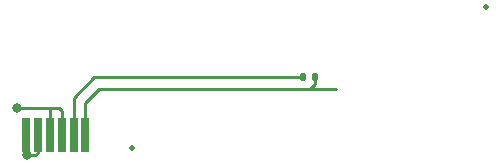
<source format=gbr>
%TF.GenerationSoftware,KiCad,Pcbnew,6.0.11-2627ca5db0~126~ubuntu22.04.1*%
%TF.CreationDate,2025-05-27T11:14:05+02:00*%
%TF.ProjectId,qPocketPCR_Lid,71506f63-6b65-4745-9043-525f4c69642e,rev?*%
%TF.SameCoordinates,Original*%
%TF.FileFunction,Copper,L2,Bot*%
%TF.FilePolarity,Positive*%
%FSLAX46Y46*%
G04 Gerber Fmt 4.6, Leading zero omitted, Abs format (unit mm)*
G04 Created by KiCad (PCBNEW 6.0.11-2627ca5db0~126~ubuntu22.04.1) date 2025-05-27 11:14:05*
%MOMM*%
%LPD*%
G01*
G04 APERTURE LIST*
G04 Aperture macros list*
%AMRoundRect*
0 Rectangle with rounded corners*
0 $1 Rounding radius*
0 $2 $3 $4 $5 $6 $7 $8 $9 X,Y pos of 4 corners*
0 Add a 4 corners polygon primitive as box body*
4,1,4,$2,$3,$4,$5,$6,$7,$8,$9,$2,$3,0*
0 Add four circle primitives for the rounded corners*
1,1,$1+$1,$2,$3*
1,1,$1+$1,$4,$5*
1,1,$1+$1,$6,$7*
1,1,$1+$1,$8,$9*
0 Add four rect primitives between the rounded corners*
20,1,$1+$1,$2,$3,$4,$5,0*
20,1,$1+$1,$4,$5,$6,$7,0*
20,1,$1+$1,$6,$7,$8,$9,0*
20,1,$1+$1,$8,$9,$2,$3,0*%
G04 Aperture macros list end*
%TA.AperFunction,SMDPad,CuDef*%
%ADD10R,0.800000X3.000000*%
%TD*%
%TA.AperFunction,SMDPad,CuDef*%
%ADD11C,0.500000*%
%TD*%
%TA.AperFunction,SMDPad,CuDef*%
%ADD12RoundRect,0.135000X0.135000X0.185000X-0.135000X0.185000X-0.135000X-0.185000X0.135000X-0.185000X0*%
%TD*%
%TA.AperFunction,ViaPad*%
%ADD13C,0.800000*%
%TD*%
%TA.AperFunction,Conductor*%
%ADD14C,0.250000*%
%TD*%
%TA.AperFunction,Conductor*%
%ADD15C,0.170000*%
%TD*%
G04 APERTURE END LIST*
D10*
%TO.P,X7,1,1*%
%TO.N,Net-(X3-Pad1)*%
X56336000Y-104900810D03*
%TD*%
D11*
%TO.P,FID2,*%
%TO.N,*%
X62250000Y-106000000D03*
%TD*%
%TO.P,FID1,*%
%TO.N,*%
X92250000Y-94000000D03*
%TD*%
D12*
%TO.P,TH1,1*%
%TO.N,Net-(TH1-Pad1)*%
X77760000Y-100000000D03*
%TO.P,TH1,2*%
%TO.N,Net-(TH1-Pad2)*%
X76740000Y-100000000D03*
%TD*%
D10*
%TO.P,X3,1,1*%
%TO.N,Net-(X3-Pad1)*%
X53336000Y-104900810D03*
%TD*%
%TO.P,X4,1,1*%
%TO.N,Net-(X3-Pad1)*%
X55336000Y-104900810D03*
%TD*%
%TO.P,X2,1,1*%
%TO.N,Net-(TH1-Pad2)*%
X57336000Y-104900810D03*
%TD*%
%TO.P,X6,1,1*%
%TO.N,Net-(X3-Pad1)*%
X54336000Y-104900810D03*
%TD*%
%TO.P,X1,1,1*%
%TO.N,Net-(TH1-Pad1)*%
X58336000Y-104900810D03*
%TD*%
D13*
%TO.N,Net-(X3-Pad1)*%
X52510000Y-102600000D03*
X53350000Y-106600000D03*
%TD*%
D14*
%TO.N,Net-(TH1-Pad1)*%
X79550000Y-101020000D02*
X59480000Y-101020000D01*
X77760000Y-100600000D02*
X77340000Y-101020000D01*
X77760000Y-100000000D02*
X77760000Y-100600000D01*
X58336000Y-102164000D02*
X58336000Y-104900810D01*
X59480000Y-101020000D02*
X58336000Y-102164000D01*
%TO.N,Net-(TH1-Pad2)*%
X59100000Y-100000000D02*
X76740000Y-100000000D01*
X57336000Y-104900810D02*
X57336000Y-101764000D01*
X57336000Y-101764000D02*
X59100000Y-100000000D01*
%TO.N,Net-(X3-Pad1)*%
X54336000Y-104900810D02*
X54336000Y-106364000D01*
X54336000Y-106364000D02*
X54100000Y-106600000D01*
X53336000Y-104900810D02*
X53336000Y-106536000D01*
X54900000Y-102600000D02*
X55400000Y-102600000D01*
D15*
X55400000Y-102600000D02*
X55336000Y-102664000D01*
D14*
X56100000Y-102600000D02*
X56336000Y-102836000D01*
X54100000Y-106600000D02*
X53350000Y-106600000D01*
X52510000Y-102600000D02*
X54900000Y-102600000D01*
X53336000Y-106536000D02*
X53400000Y-106600000D01*
X55400000Y-102600000D02*
X56100000Y-102600000D01*
X56336000Y-102836000D02*
X56336000Y-104900810D01*
X55336000Y-102664000D02*
X55336000Y-104900810D01*
%TD*%
M02*

</source>
